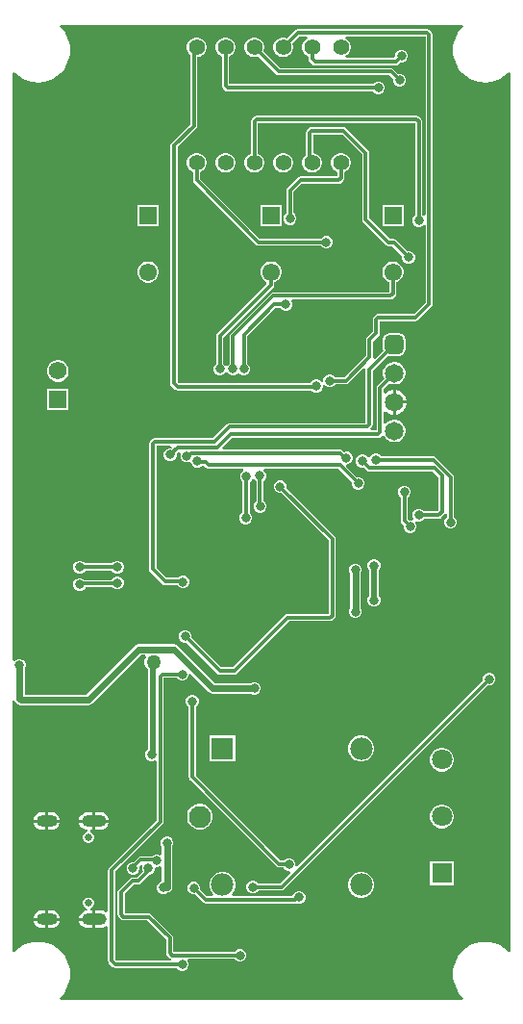
<source format=gbl>
G04*
G04 #@! TF.GenerationSoftware,Altium Limited,Altium Designer,25.8.1 (18)*
G04*
G04 Layer_Physical_Order=2*
G04 Layer_Color=16711680*
%FSLAX44Y44*%
%MOMM*%
G71*
G04*
G04 #@! TF.SameCoordinates,D5034472-531D-44ED-AF62-EB3B9E0E118A*
G04*
G04*
G04 #@! TF.FilePolarity,Positive*
G04*
G01*
G75*
%ADD35C,1.5500*%
%ADD36R,1.5500X1.5500*%
%ADD37C,0.3000*%
%ADD38C,0.5000*%
%ADD40C,0.6000*%
%ADD43C,1.4060*%
%ADD44O,2.1500X1.0500*%
%ADD45O,1.8500X1.0500*%
%ADD46C,1.6500*%
G04:AMPARAMS|DCode=47|XSize=1.65mm|YSize=1.65mm|CornerRadius=0.4125mm|HoleSize=0mm|Usage=FLASHONLY|Rotation=90.000|XOffset=0mm|YOffset=0mm|HoleType=Round|Shape=RoundedRectangle|*
%AMROUNDEDRECTD47*
21,1,1.6500,0.8250,0,0,90.0*
21,1,0.8250,1.6500,0,0,90.0*
1,1,0.8250,0.4125,0.4125*
1,1,0.8250,0.4125,-0.4125*
1,1,0.8250,-0.4125,-0.4125*
1,1,0.8250,-0.4125,0.4125*
%
%ADD47ROUNDEDRECTD47*%
%ADD48C,0.6500*%
%ADD49R,1.5750X1.5750*%
%ADD50C,1.5750*%
%ADD51R,1.8000X1.8000*%
%ADD52C,1.8000*%
%ADD53C,1.9350*%
%ADD54C,1.9800*%
%ADD55R,1.9800X1.9800*%
%ADD56C,0.6000*%
%ADD57C,1.2700*%
%ADD58C,0.8000*%
G36*
X399907Y858985D02*
X399048Y858252D01*
X396158Y854868D01*
X393833Y851074D01*
X392131Y846963D01*
X391092Y842636D01*
X390743Y838200D01*
X391092Y833764D01*
X392131Y829437D01*
X393833Y825326D01*
X396158Y821532D01*
X399048Y818148D01*
X402432Y815258D01*
X406226Y812933D01*
X410337Y811230D01*
X414664Y810192D01*
X419100Y809843D01*
X423536Y810192D01*
X427863Y811230D01*
X431974Y812933D01*
X435768Y815258D01*
X439152Y818148D01*
X439885Y819007D01*
X441574Y818384D01*
Y45216D01*
X439885Y44593D01*
X439152Y45452D01*
X435768Y48342D01*
X431974Y50667D01*
X427863Y52369D01*
X423536Y53408D01*
X419100Y53757D01*
X414664Y53408D01*
X410337Y52369D01*
X406226Y50667D01*
X402432Y48342D01*
X399048Y45452D01*
X396158Y42068D01*
X393833Y38274D01*
X392131Y34163D01*
X391092Y29836D01*
X390743Y25400D01*
X391092Y20964D01*
X392131Y16637D01*
X393833Y12526D01*
X396158Y8732D01*
X399048Y5348D01*
X399907Y4615D01*
X399284Y2926D01*
X45216D01*
X44593Y4615D01*
X45452Y5348D01*
X48342Y8732D01*
X50667Y12526D01*
X52369Y16637D01*
X53408Y20964D01*
X53757Y25400D01*
X53408Y29836D01*
X52369Y34163D01*
X50667Y38274D01*
X48342Y42068D01*
X45452Y45452D01*
X42068Y48342D01*
X38274Y50667D01*
X34163Y52369D01*
X29836Y53408D01*
X25400Y53757D01*
X20964Y53408D01*
X16637Y52369D01*
X12526Y50667D01*
X8732Y48342D01*
X5348Y45452D01*
X4615Y44593D01*
X2926Y45216D01*
Y265623D01*
X3688Y265881D01*
X4726Y265922D01*
X5574Y264654D01*
X6844Y263384D01*
X8365Y262367D01*
X10160Y262010D01*
X69850D01*
X71645Y262367D01*
X73166Y263384D01*
X116047Y306264D01*
X119833D01*
X120453Y304464D01*
X119592Y302972D01*
X119050Y300951D01*
Y298857D01*
X119592Y296835D01*
X120639Y295022D01*
X122119Y293542D01*
X122128Y293537D01*
Y222753D01*
X120986Y221612D01*
X120134Y219554D01*
Y217326D01*
X120986Y215268D01*
X122562Y213693D01*
X124620Y212840D01*
X126848D01*
X127973Y213306D01*
X129773Y212208D01*
Y160753D01*
X87935Y118915D01*
X87250Y117890D01*
X87009Y116680D01*
Y80559D01*
X85209Y79707D01*
X84249Y80444D01*
X82354Y81229D01*
X80320Y81497D01*
X76090D01*
Y73640D01*
Y65783D01*
X80320D01*
X82354Y66051D01*
X84249Y66835D01*
X85209Y67573D01*
X87009Y66721D01*
Y37027D01*
X87250Y35818D01*
X87935Y34792D01*
X90962Y31765D01*
X91988Y31080D01*
X93197Y30839D01*
X147648D01*
X147653Y30828D01*
X149228Y29253D01*
X151286Y28400D01*
X153514D01*
X155572Y29253D01*
X157147Y30828D01*
X158000Y32886D01*
Y35114D01*
X157147Y37172D01*
X158026Y38839D01*
X198448D01*
X198453Y38828D01*
X200028Y37253D01*
X202086Y36400D01*
X204314D01*
X206372Y37253D01*
X207947Y38828D01*
X208800Y40886D01*
Y43114D01*
X207947Y45172D01*
X206372Y46747D01*
X204314Y47600D01*
X202086D01*
X200028Y46747D01*
X198453Y45172D01*
X198448Y45161D01*
X144618D01*
Y57353D01*
X144377Y58562D01*
X143692Y59588D01*
X125166Y78114D01*
X124140Y78800D01*
X122931Y79040D01*
X101961D01*
Y96353D01*
X109744Y104136D01*
X113646D01*
X114856Y104376D01*
X115881Y105061D01*
X122985Y112165D01*
X123442Y112849D01*
X123836D01*
X125894Y113702D01*
X127470Y115277D01*
X128322Y117335D01*
Y117777D01*
X128830Y119440D01*
X131058Y119440D01*
X132682Y120113D01*
X134482Y119306D01*
Y106791D01*
X132662Y106037D01*
X131087Y104462D01*
X130234Y102404D01*
Y100176D01*
X131087Y98118D01*
X132662Y96542D01*
X134721Y95690D01*
X136948D01*
X139007Y96542D01*
X139530Y97065D01*
X140948Y97347D01*
X142470Y98364D01*
X142489Y98383D01*
X143505Y99905D01*
X143862Y101699D01*
Y137452D01*
X143920Y137509D01*
X144772Y139567D01*
Y141795D01*
X143920Y143853D01*
X142344Y145428D01*
X140286Y146281D01*
X138058D01*
X136000Y145428D01*
X134425Y143853D01*
X133572Y141795D01*
Y139567D01*
X134425Y137509D01*
X134482Y137452D01*
Y130774D01*
X132682Y129967D01*
X131058Y130640D01*
X128830D01*
X126772Y129788D01*
X126025Y129040D01*
X115719D01*
X114509Y128799D01*
X113484Y128114D01*
X109481Y124111D01*
X108004D01*
X105945Y123259D01*
X104370Y121684D01*
X103518Y119625D01*
Y117398D01*
X104370Y115339D01*
X105945Y113764D01*
X108004Y112912D01*
X110232D01*
X112290Y113764D01*
X113865Y115339D01*
X114718Y117398D01*
Y119625D01*
X114488Y120178D01*
X116094Y121784D01*
X117620Y120764D01*
X117122Y119563D01*
Y117335D01*
X117735Y115856D01*
X117735Y115855D01*
X112337Y110457D01*
X108435D01*
X107226Y110216D01*
X106200Y109531D01*
X96566Y99897D01*
X95880Y98871D01*
X95640Y97662D01*
Y77637D01*
X95880Y76427D01*
X96566Y75402D01*
X98323Y73644D01*
X99348Y72959D01*
X100558Y72719D01*
X121621D01*
X138297Y56043D01*
Y43757D01*
X138537Y42548D01*
X139222Y41522D01*
X140980Y39765D01*
X142005Y39080D01*
X142604Y38961D01*
X142427Y37161D01*
X94507D01*
X93331Y38337D01*
Y115371D01*
X135169Y157209D01*
X135854Y158234D01*
X136095Y159444D01*
Y285979D01*
X147648D01*
X147653Y285968D01*
X149228Y284393D01*
X151286Y283540D01*
X153514D01*
X155572Y284393D01*
X157148Y285968D01*
X158000Y288026D01*
Y288752D01*
X159800Y289497D01*
X175754Y273544D01*
X177275Y272527D01*
X179070Y272170D01*
X212671D01*
X212728Y272113D01*
X214786Y271260D01*
X217014D01*
X219072Y272113D01*
X220648Y273688D01*
X221500Y275746D01*
Y277974D01*
X220648Y280032D01*
X219072Y281608D01*
X217014Y282460D01*
X214786D01*
X212728Y281608D01*
X212671Y281550D01*
X181013D01*
X148293Y314270D01*
X146771Y315287D01*
X144976Y315644D01*
X114104D01*
X112309Y315287D01*
X110787Y314270D01*
X67907Y271390D01*
X13580D01*
Y293951D01*
X13638Y294008D01*
X14490Y296066D01*
Y298294D01*
X13638Y300352D01*
X12062Y301928D01*
X10004Y302780D01*
X7776D01*
X5718Y301928D01*
X4726Y300936D01*
X2926Y301681D01*
X2926Y818384D01*
X4615Y819007D01*
X5348Y818148D01*
X8732Y815258D01*
X12526Y812933D01*
X16637Y811230D01*
X20964Y810192D01*
X25400Y809843D01*
X29836Y810192D01*
X34163Y811230D01*
X38274Y812933D01*
X42068Y815258D01*
X45452Y818148D01*
X48342Y821532D01*
X50667Y825326D01*
X52369Y829437D01*
X53408Y833764D01*
X53757Y838200D01*
X53408Y842636D01*
X52369Y846963D01*
X50667Y851074D01*
X48342Y854868D01*
X45452Y858252D01*
X44593Y858985D01*
X45216Y860674D01*
X399284D01*
X399907Y858985D01*
D02*
G37*
%LPC*%
G36*
X217036Y849370D02*
X214764D01*
X212569Y848782D01*
X210601Y847646D01*
X208994Y846039D01*
X207858Y844071D01*
X207270Y841876D01*
Y839604D01*
X207858Y837409D01*
X208994Y835441D01*
X210601Y833834D01*
X212569Y832698D01*
X214764Y832110D01*
X217036D01*
X219231Y832698D01*
X219384Y832786D01*
X235043Y817127D01*
X236069Y816442D01*
X237278Y816201D01*
X335058D01*
X338267Y812992D01*
X338262Y812980D01*
Y810753D01*
X339115Y808694D01*
X340690Y807119D01*
X342748Y806266D01*
X344976D01*
X347034Y807119D01*
X348610Y808694D01*
X349462Y810753D01*
Y812980D01*
X348610Y815039D01*
X347034Y816614D01*
X344976Y817467D01*
X342748D01*
X342737Y817462D01*
X338602Y821597D01*
X337576Y822282D01*
X336367Y822523D01*
X238587D01*
X223854Y837256D01*
X223942Y837409D01*
X224530Y839604D01*
Y841876D01*
X223942Y844071D01*
X222806Y846039D01*
X221199Y847646D01*
X219231Y848782D01*
X217036Y849370D01*
D02*
G37*
G36*
X191636D02*
X189364D01*
X187169Y848782D01*
X185201Y847646D01*
X183594Y846039D01*
X182458Y844071D01*
X181870Y841876D01*
Y839604D01*
X182458Y837409D01*
X183594Y835441D01*
X185201Y833834D01*
X187169Y832698D01*
X187339Y832653D01*
Y806937D01*
X187580Y805728D01*
X188265Y804702D01*
X190022Y802945D01*
X191048Y802260D01*
X192257Y802019D01*
X320368D01*
X320373Y802008D01*
X321948Y800433D01*
X324006Y799580D01*
X326234D01*
X328292Y800433D01*
X329867Y802008D01*
X330720Y804066D01*
Y806294D01*
X329867Y808352D01*
X328292Y809927D01*
X326234Y810780D01*
X324006D01*
X321948Y809927D01*
X320373Y808352D01*
X320368Y808341D01*
X193661D01*
Y832653D01*
X193831Y832698D01*
X195799Y833834D01*
X197406Y835441D01*
X198542Y837409D01*
X199130Y839604D01*
Y841876D01*
X198542Y844071D01*
X197406Y846039D01*
X195799Y847646D01*
X193831Y848782D01*
X191636Y849370D01*
D02*
G37*
G36*
X242436Y747770D02*
X240164D01*
X237969Y747182D01*
X236001Y746046D01*
X234394Y744439D01*
X233258Y742471D01*
X232670Y740276D01*
Y738004D01*
X233258Y735809D01*
X234394Y733841D01*
X236001Y732234D01*
X237969Y731098D01*
X240164Y730510D01*
X242436D01*
X244631Y731098D01*
X246599Y732234D01*
X248206Y733841D01*
X249342Y735809D01*
X249930Y738004D01*
Y740276D01*
X249342Y742471D01*
X248206Y744439D01*
X246599Y746046D01*
X244631Y747182D01*
X242436Y747770D01*
D02*
G37*
G36*
X191636D02*
X189364D01*
X187169Y747182D01*
X185201Y746046D01*
X183594Y744439D01*
X182458Y742471D01*
X181870Y740276D01*
Y738004D01*
X182458Y735809D01*
X183594Y733841D01*
X185201Y732234D01*
X187169Y731098D01*
X189364Y730510D01*
X191636D01*
X193831Y731098D01*
X195799Y732234D01*
X197406Y733841D01*
X198542Y735809D01*
X199130Y738004D01*
Y740276D01*
X198542Y742471D01*
X197406Y744439D01*
X195799Y746046D01*
X193831Y747182D01*
X191636Y747770D01*
D02*
G37*
G36*
X368011Y856601D02*
X254000D01*
X252790Y856360D01*
X251765Y855675D01*
X244784Y848694D01*
X244631Y848782D01*
X242436Y849370D01*
X240164D01*
X237969Y848782D01*
X236001Y847646D01*
X234394Y846039D01*
X233258Y844071D01*
X232670Y841876D01*
Y839604D01*
X233258Y837409D01*
X234394Y835441D01*
X236001Y833834D01*
X237969Y832698D01*
X240164Y832110D01*
X242436D01*
X244631Y832698D01*
X246599Y833834D01*
X248206Y835441D01*
X249342Y837409D01*
X249930Y839604D01*
Y841876D01*
X249342Y844071D01*
X249254Y844224D01*
X255309Y850279D01*
X262362D01*
X262845Y848479D01*
X261401Y847646D01*
X259794Y846039D01*
X258658Y844071D01*
X258070Y841876D01*
Y839604D01*
X258658Y837409D01*
X259794Y835441D01*
X261401Y833834D01*
X263369Y832698D01*
X263539Y832653D01*
Y830580D01*
X263780Y829370D01*
X264465Y828345D01*
X267005Y825805D01*
X268030Y825120D01*
X269240Y824879D01*
X340360D01*
X341570Y825120D01*
X342595Y825805D01*
X344315Y827525D01*
X344326Y827520D01*
X346554D01*
X348612Y828373D01*
X350187Y829948D01*
X351040Y832006D01*
Y834234D01*
X350187Y836292D01*
X348612Y837867D01*
X346554Y838720D01*
X344326D01*
X342268Y837867D01*
X340693Y836292D01*
X339840Y834234D01*
Y832006D01*
X338287Y831201D01*
X296437D01*
X295955Y833001D01*
X297399Y833834D01*
X299006Y835441D01*
X300142Y837409D01*
X300730Y839604D01*
Y841876D01*
X300142Y844071D01*
X299006Y846039D01*
X297399Y847646D01*
X295955Y848479D01*
X296437Y850279D01*
X366607D01*
Y693476D01*
X364878Y692706D01*
X363841Y693518D01*
Y775483D01*
X363600Y776692D01*
X362915Y777718D01*
X361158Y779475D01*
X360132Y780160D01*
X358923Y780401D01*
X217657D01*
X216448Y780160D01*
X215422Y779475D01*
X213665Y777718D01*
X212980Y776692D01*
X212739Y775483D01*
Y747227D01*
X212569Y747182D01*
X210601Y746046D01*
X208994Y744439D01*
X207858Y742471D01*
X207270Y740276D01*
Y738004D01*
X207858Y735809D01*
X208994Y733841D01*
X210601Y732234D01*
X212569Y731098D01*
X214764Y730510D01*
X217036D01*
X219231Y731098D01*
X221199Y732234D01*
X222806Y733841D01*
X223942Y735809D01*
X224530Y738004D01*
Y740276D01*
X223942Y742471D01*
X222806Y744439D01*
X221199Y746046D01*
X219231Y747182D01*
X219061Y747227D01*
Y774079D01*
X357519D01*
Y693092D01*
X357508Y693087D01*
X355933Y691512D01*
X355080Y689454D01*
Y687226D01*
X355933Y685168D01*
X357508Y683593D01*
X359566Y682740D01*
X361794D01*
X363852Y683593D01*
X364807Y684548D01*
X366607Y683802D01*
Y616254D01*
X356576Y606223D01*
X325076D01*
X323867Y605983D01*
X322841Y605297D01*
X321084Y603540D01*
X320399Y602515D01*
X320158Y601305D01*
Y590624D01*
X315119Y585584D01*
X314433Y584559D01*
X314193Y583349D01*
Y569579D01*
X295139Y550525D01*
X287148D01*
X287144Y550537D01*
X285568Y552112D01*
X283510Y552964D01*
X281282D01*
X279224Y552112D01*
X277649Y550537D01*
X276796Y548478D01*
Y546756D01*
X276029Y546374D01*
X275029Y546172D01*
X273651Y547550D01*
X271593Y548402D01*
X269365D01*
X267307Y547550D01*
X265731Y545975D01*
X265373Y545109D01*
X149617D01*
X148314Y546412D01*
Y752958D01*
X164795Y769440D01*
X165480Y770465D01*
X165721Y771675D01*
Y832110D01*
X166236D01*
X168431Y832698D01*
X170399Y833834D01*
X172006Y835441D01*
X173142Y837409D01*
X173730Y839604D01*
Y841876D01*
X173142Y844071D01*
X172006Y846039D01*
X170399Y847646D01*
X168431Y848782D01*
X166236Y849370D01*
X163964D01*
X161769Y848782D01*
X159801Y847646D01*
X158194Y846039D01*
X157058Y844071D01*
X156470Y841876D01*
Y839604D01*
X157058Y837409D01*
X158194Y835441D01*
X159529Y834106D01*
X159399Y833453D01*
Y772984D01*
X142918Y756502D01*
X142233Y755477D01*
X141992Y754267D01*
Y545103D01*
X142233Y543893D01*
X142918Y542868D01*
X146072Y539714D01*
X147098Y539028D01*
X148307Y538788D01*
X266574D01*
X267307Y538055D01*
X269365Y537202D01*
X271593D01*
X273651Y538055D01*
X275226Y539630D01*
X276079Y541688D01*
Y543411D01*
X276846Y543792D01*
X277846Y543995D01*
X279224Y542617D01*
X281282Y541764D01*
X283510D01*
X285568Y542617D01*
X287144Y544192D01*
X287148Y544204D01*
X296448D01*
X297658Y544444D01*
X298683Y545130D01*
X312247Y558694D01*
X313906Y557807D01*
X313776Y557152D01*
Y510153D01*
X194001D01*
X192791Y509912D01*
X191766Y509227D01*
X179354Y496815D01*
X128149D01*
X126939Y496575D01*
X125914Y495890D01*
X124156Y494132D01*
X123471Y493107D01*
X123230Y491897D01*
Y381609D01*
X123471Y380399D01*
X124156Y379374D01*
X135015Y368515D01*
X136041Y367830D01*
X137250Y367589D01*
X148345D01*
X148478Y367269D01*
X150053Y365694D01*
X152112Y364841D01*
X154339D01*
X156398Y365694D01*
X157973Y367269D01*
X158825Y369327D01*
Y371555D01*
X157973Y373613D01*
X156398Y375189D01*
X154339Y376041D01*
X152112D01*
X150053Y375189D01*
X148775Y373910D01*
X138560D01*
X129552Y382918D01*
Y490494D01*
X142182D01*
X142782Y489772D01*
X143107Y488694D01*
X142474Y487889D01*
X140698D01*
X138640Y487037D01*
X137065Y485461D01*
X136212Y483403D01*
Y481175D01*
X137065Y479117D01*
X138640Y477542D01*
X140698Y476689D01*
X142926D01*
X144984Y477542D01*
X146560Y479117D01*
X147412Y481175D01*
Y483403D01*
X147408Y483415D01*
X149060Y485067D01*
X150114Y484916D01*
X151121Y483051D01*
X150793Y482261D01*
Y480033D01*
X151646Y477975D01*
X153221Y476399D01*
X155279Y475547D01*
X157507D01*
X158251Y475855D01*
X159968Y475633D01*
X160342Y474921D01*
X160904Y473564D01*
X162479Y471988D01*
X164537Y471136D01*
X166765D01*
X168823Y471988D01*
X169453Y472618D01*
X171620D01*
X173416Y470822D01*
X174442Y470137D01*
X175651Y469896D01*
X206097D01*
X206455Y468096D01*
X205729Y467796D01*
X204154Y466221D01*
X203301Y464162D01*
Y461935D01*
X204154Y459876D01*
X205430Y458600D01*
Y431601D01*
X205108Y431467D01*
X203533Y429892D01*
X202680Y427834D01*
Y425606D01*
X203533Y423548D01*
X205108Y421973D01*
X207166Y421120D01*
X209394D01*
X211452Y421973D01*
X213027Y423548D01*
X213880Y425606D01*
Y427834D01*
X213027Y429892D01*
X211751Y431168D01*
Y458168D01*
X212073Y458301D01*
X213649Y459876D01*
X213975Y460664D01*
X215923D01*
X215940Y460623D01*
X217516Y459047D01*
X217673Y458982D01*
Y441493D01*
X216233Y440052D01*
X215380Y437994D01*
Y435766D01*
X216233Y433708D01*
X217808Y432133D01*
X219866Y431280D01*
X222094D01*
X224152Y432133D01*
X225727Y433708D01*
X226580Y435766D01*
Y437994D01*
X225727Y440052D01*
X224152Y441627D01*
X223995Y441693D01*
Y459182D01*
X225435Y460623D01*
X226288Y462681D01*
Y464909D01*
X225435Y466967D01*
X224306Y468096D01*
X224936Y469896D01*
X290174D01*
X301745Y458325D01*
X301740Y458314D01*
Y456086D01*
X302593Y454028D01*
X304168Y452453D01*
X306226Y451600D01*
X308454D01*
X310512Y452453D01*
X312087Y454028D01*
X312940Y456086D01*
Y458314D01*
X312087Y460372D01*
X310512Y461947D01*
X308454Y462800D01*
X306226D01*
X306215Y462795D01*
X296978Y472032D01*
X297723Y473832D01*
X298151D01*
X300210Y474685D01*
X301785Y476260D01*
X302638Y478318D01*
Y480546D01*
X301785Y482604D01*
X300210Y484180D01*
X298151Y485032D01*
X295924D01*
X294956Y484631D01*
X293516Y486071D01*
X292491Y486756D01*
X291281Y486997D01*
X188598D01*
X187909Y488660D01*
X196517Y497268D01*
X324951D01*
X326160Y497509D01*
X327186Y498194D01*
X328184Y499192D01*
X328690Y499247D01*
X330285Y498871D01*
X330300Y498858D01*
X331292Y497141D01*
X333125Y495307D01*
X335372Y494011D01*
X337877Y493339D01*
X340470D01*
X342975Y494011D01*
X345221Y495307D01*
X347055Y497141D01*
X348352Y499387D01*
X349023Y501893D01*
Y504486D01*
X348352Y506991D01*
X347055Y509237D01*
X345221Y511071D01*
X342975Y512368D01*
X340470Y513039D01*
X337877D01*
X335372Y512368D01*
X333125Y511071D01*
X331669Y509615D01*
X330097Y510080D01*
X329869Y510242D01*
Y520089D01*
X331669Y520835D01*
X332548Y519955D01*
X335009Y518535D01*
X337753Y517799D01*
X337903D01*
Y528589D01*
Y539379D01*
X337753D01*
X335009Y538644D01*
X332548Y537224D01*
X331669Y536344D01*
X329869Y537090D01*
Y540215D01*
X334797Y545143D01*
X335372Y544811D01*
X337877Y544139D01*
X340470D01*
X342975Y544811D01*
X345221Y546107D01*
X347055Y547941D01*
X348352Y550187D01*
X349023Y552692D01*
Y555286D01*
X348352Y557791D01*
X347055Y560037D01*
X345221Y561871D01*
X342975Y563168D01*
X340470Y563839D01*
X337877D01*
X335372Y563168D01*
X333125Y561871D01*
X331292Y560037D01*
X329995Y557791D01*
X329323Y555286D01*
Y552692D01*
X329995Y550187D01*
X330327Y549613D01*
X324473Y543759D01*
X323788Y542733D01*
X323547Y541524D01*
Y503590D01*
X318792D01*
X318047Y505390D01*
X319172Y506514D01*
X319857Y507540D01*
X320097Y508749D01*
Y555843D01*
X333908Y569654D01*
X335048Y569427D01*
X343298D01*
X345532Y569871D01*
X347426Y571137D01*
X348691Y573031D01*
X349136Y575264D01*
Y583514D01*
X348691Y585748D01*
X347426Y587642D01*
X345532Y588907D01*
X343298Y589352D01*
X335048D01*
X332815Y588907D01*
X330921Y587642D01*
X329656Y585748D01*
X329211Y583514D01*
Y575264D01*
X329438Y574124D01*
X322043Y566729D01*
X320384Y567616D01*
X320514Y568270D01*
Y582040D01*
X325554Y587079D01*
X326239Y588105D01*
X326480Y589314D01*
Y599902D01*
X357885D01*
X359095Y600142D01*
X360120Y600827D01*
X372003Y612710D01*
X372688Y613736D01*
X372929Y614945D01*
Y851683D01*
X372688Y852892D01*
X372003Y853918D01*
X370246Y855675D01*
X369220Y856360D01*
X368011Y856601D01*
D02*
G37*
G36*
X293236Y747770D02*
X290964D01*
X288769Y747182D01*
X286801Y746046D01*
X285194Y744439D01*
X284058Y742471D01*
X283470Y740276D01*
Y738004D01*
X284058Y735809D01*
X285194Y733841D01*
X286801Y732234D01*
X288769Y731098D01*
X288939Y731052D01*
Y727061D01*
X256540D01*
X255330Y726820D01*
X254305Y726135D01*
X245214Y717044D01*
X244529Y716019D01*
X244289Y714809D01*
Y694938D01*
X244277Y694933D01*
X242702Y693358D01*
X241849Y691299D01*
Y689072D01*
X242702Y687013D01*
X244277Y685438D01*
X246335Y684585D01*
X248563D01*
X250621Y685438D01*
X252197Y687013D01*
X253049Y689072D01*
Y691299D01*
X252197Y693358D01*
X250621Y694933D01*
X250610Y694938D01*
Y713500D01*
X257849Y720739D01*
X290343D01*
X291552Y720980D01*
X292578Y721665D01*
X294335Y723422D01*
X295020Y724448D01*
X295261Y725657D01*
Y731052D01*
X295431Y731098D01*
X297399Y732234D01*
X299006Y733841D01*
X300142Y735809D01*
X300730Y738004D01*
Y740276D01*
X300142Y742471D01*
X299006Y744439D01*
X297399Y746046D01*
X295431Y747182D01*
X293236Y747770D01*
D02*
G37*
G36*
X347220Y702370D02*
X328520D01*
Y683670D01*
X347220D01*
Y702370D01*
D02*
G37*
G36*
X239902D02*
X221202D01*
Y683670D01*
X239902D01*
Y702370D01*
D02*
G37*
G36*
X131680D02*
X112980D01*
Y683670D01*
X131680D01*
Y702370D01*
D02*
G37*
G36*
X166236Y747770D02*
X163964D01*
X161769Y747182D01*
X159801Y746046D01*
X158194Y744439D01*
X157058Y742471D01*
X156470Y740276D01*
Y738004D01*
X157058Y735809D01*
X158194Y733841D01*
X159801Y732234D01*
X161769Y731098D01*
X161939Y731052D01*
Y723900D01*
X162180Y722690D01*
X162865Y721665D01*
X217389Y667141D01*
X218414Y666456D01*
X219624Y666216D01*
X274512D01*
X274517Y666204D01*
X276092Y664629D01*
X278151Y663776D01*
X280378D01*
X282437Y664629D01*
X284012Y666204D01*
X284865Y668262D01*
Y670490D01*
X284012Y672549D01*
X282437Y674124D01*
X280378Y674976D01*
X278151D01*
X276092Y674124D01*
X274517Y672549D01*
X274512Y672537D01*
X220933D01*
X168261Y725209D01*
Y731052D01*
X168431Y731098D01*
X170399Y732234D01*
X172006Y733841D01*
X173142Y735809D01*
X173730Y738004D01*
Y740276D01*
X173142Y742471D01*
X172006Y744439D01*
X170399Y746046D01*
X168431Y747182D01*
X166236Y747770D01*
D02*
G37*
G36*
X294577Y770518D02*
X266361D01*
X265151Y770277D01*
X264126Y769592D01*
X262368Y767834D01*
X261683Y766809D01*
X261443Y765600D01*
Y746070D01*
X261401Y746046D01*
X259794Y744439D01*
X258658Y742471D01*
X258070Y740276D01*
Y738004D01*
X258658Y735809D01*
X259794Y733841D01*
X261401Y732234D01*
X263369Y731098D01*
X265564Y730510D01*
X267836D01*
X270031Y731098D01*
X271999Y732234D01*
X273606Y733841D01*
X274742Y735809D01*
X275330Y738004D01*
Y740276D01*
X274742Y742471D01*
X273606Y744439D01*
X271999Y746046D01*
X270031Y747182D01*
X267836Y747770D01*
X267764D01*
Y764196D01*
X293268D01*
X310809Y746655D01*
Y689187D01*
X311049Y687977D01*
X311735Y686952D01*
X331928Y666759D01*
X332953Y666073D01*
X334163Y665833D01*
X337574D01*
X346255Y657152D01*
X346250Y657141D01*
Y654913D01*
X347103Y652855D01*
X348678Y651280D01*
X350736Y650427D01*
X352964D01*
X355022Y651280D01*
X356598Y652855D01*
X357450Y654913D01*
Y657141D01*
X356598Y659199D01*
X355022Y660775D01*
X352964Y661627D01*
X350736D01*
X350725Y661622D01*
X341119Y671229D01*
X340093Y671914D01*
X338884Y672154D01*
X335472D01*
X317130Y690496D01*
Y747964D01*
X316890Y749174D01*
X316204Y750199D01*
X296812Y769592D01*
X295786Y770277D01*
X294577Y770518D01*
D02*
G37*
G36*
X123561Y652370D02*
X121099D01*
X118721Y651733D01*
X116589Y650502D01*
X114848Y648761D01*
X113617Y646629D01*
X112980Y644251D01*
Y641789D01*
X113617Y639411D01*
X114848Y637279D01*
X116589Y635538D01*
X118721Y634307D01*
X121099Y633670D01*
X123561D01*
X125939Y634307D01*
X128071Y635538D01*
X129812Y637279D01*
X131043Y639411D01*
X131680Y641789D01*
Y644251D01*
X131043Y646629D01*
X129812Y648761D01*
X128071Y650502D01*
X125939Y651733D01*
X123561Y652370D01*
D02*
G37*
G36*
X339101D02*
X336639D01*
X334261Y651733D01*
X332129Y650502D01*
X330388Y648761D01*
X329157Y646629D01*
X328520Y644251D01*
Y641789D01*
X329157Y639411D01*
X330388Y637279D01*
X332129Y635538D01*
X334261Y634307D01*
X334709Y634187D01*
Y625233D01*
X232526D01*
X231317Y624992D01*
X230291Y624307D01*
X194939Y588955D01*
X194254Y587929D01*
X194013Y586720D01*
Y562496D01*
X194002Y562492D01*
X192426Y560916D01*
X192342Y560713D01*
X190394D01*
X190310Y560916D01*
X188734Y562492D01*
X188723Y562496D01*
Y585448D01*
X232660Y629385D01*
X233345Y630410D01*
X233585Y631620D01*
Y634153D01*
X234161Y634307D01*
X236293Y635538D01*
X238034Y637279D01*
X239265Y639411D01*
X239902Y641789D01*
Y644251D01*
X239265Y646629D01*
X238034Y648761D01*
X236293Y650502D01*
X234161Y651733D01*
X231783Y652370D01*
X229321D01*
X226943Y651733D01*
X224811Y650502D01*
X223070Y648761D01*
X221839Y646629D01*
X221202Y644251D01*
Y641789D01*
X221839Y639411D01*
X223070Y637279D01*
X224811Y635538D01*
X226651Y634476D01*
X226868Y633189D01*
X226820Y632485D01*
X183327Y588993D01*
X182642Y587967D01*
X182401Y586758D01*
Y562496D01*
X182390Y562492D01*
X180815Y560916D01*
X179962Y558858D01*
Y556630D01*
X180815Y554572D01*
X182390Y552997D01*
X184448Y552144D01*
X186676D01*
X188734Y552997D01*
X190310Y554572D01*
X190394Y554776D01*
X192342D01*
X192426Y554572D01*
X194002Y552997D01*
X196060Y552144D01*
X198288D01*
X200346Y552997D01*
X200771Y553422D01*
X202001Y554496D01*
X203123Y553422D01*
X203602Y552943D01*
X205660Y552090D01*
X207888D01*
X209946Y552943D01*
X211521Y554518D01*
X212374Y556576D01*
Y558804D01*
X211521Y560862D01*
X209946Y562438D01*
X209934Y562442D01*
Y586514D01*
X234723Y611303D01*
X238929D01*
X238934Y611291D01*
X240509Y609716D01*
X242568Y608863D01*
X244795D01*
X246854Y609716D01*
X248429Y611291D01*
X249281Y613349D01*
Y615577D01*
X248646Y617112D01*
X249505Y618912D01*
X336113D01*
X337322Y619152D01*
X338348Y619837D01*
X340105Y621595D01*
X340790Y622620D01*
X341031Y623830D01*
Y634187D01*
X341479Y634307D01*
X343611Y635538D01*
X345352Y637279D01*
X346583Y639411D01*
X347220Y641789D01*
Y644251D01*
X346583Y646629D01*
X345352Y648761D01*
X343611Y650502D01*
X341479Y651733D01*
X339101Y652370D01*
D02*
G37*
G36*
X44257Y565475D02*
X41762D01*
X39353Y564829D01*
X37192Y563582D01*
X35428Y561818D01*
X34181Y559657D01*
X33535Y557247D01*
Y554753D01*
X34181Y552343D01*
X35428Y550182D01*
X37192Y548418D01*
X39353Y547171D01*
X41762Y546525D01*
X44257D01*
X46667Y547171D01*
X48828Y548418D01*
X50592Y550182D01*
X51839Y552343D01*
X52485Y554753D01*
Y557247D01*
X51839Y559657D01*
X50592Y561818D01*
X48828Y563582D01*
X46667Y564829D01*
X44257Y565475D01*
D02*
G37*
G36*
X340594Y539379D02*
X340443D01*
Y529859D01*
X349963D01*
Y530010D01*
X349228Y532754D01*
X347808Y535215D01*
X345799Y537224D01*
X343338Y538644D01*
X340594Y539379D01*
D02*
G37*
G36*
X52485Y540475D02*
X33535D01*
Y521525D01*
X52485D01*
Y540475D01*
D02*
G37*
G36*
X349963Y527319D02*
X340443D01*
Y517799D01*
X340594D01*
X343338Y518535D01*
X345799Y519955D01*
X347808Y521964D01*
X349228Y524425D01*
X349963Y527169D01*
Y527319D01*
D02*
G37*
G36*
X324043Y483429D02*
X321815D01*
X319757Y482576D01*
X318182Y481001D01*
X317806Y480094D01*
X316692Y479963D01*
X315821Y480004D01*
X314373Y481451D01*
X312315Y482304D01*
X310087D01*
X308029Y481451D01*
X306453Y479876D01*
X305601Y477818D01*
Y475590D01*
X306453Y473532D01*
X308029Y471956D01*
X310087Y471104D01*
X312315D01*
X312326Y471109D01*
X315240Y468195D01*
X316265Y467510D01*
X317474Y467269D01*
X373099D01*
X377839Y462529D01*
Y433356D01*
X376904Y432421D01*
X365432D01*
X365427Y432432D01*
X363852Y434007D01*
X361794Y434860D01*
X359566D01*
X357508Y434007D01*
X355933Y432432D01*
X355080Y430374D01*
Y428146D01*
X355933Y426088D01*
X356219Y425801D01*
X355200Y424275D01*
X354174Y424700D01*
X351946D01*
X351141Y426253D01*
Y444828D01*
X351152Y444833D01*
X352727Y446408D01*
X353580Y448466D01*
Y450694D01*
X352727Y452752D01*
X351152Y454327D01*
X349094Y455180D01*
X346866D01*
X344808Y454327D01*
X343233Y452752D01*
X342380Y450694D01*
Y448466D01*
X343233Y446408D01*
X344808Y444833D01*
X344819Y444828D01*
Y424180D01*
X345060Y422971D01*
X345745Y421945D01*
X347465Y420225D01*
X347460Y420214D01*
Y417986D01*
X348313Y415928D01*
X349888Y414353D01*
X351946Y413500D01*
X354174D01*
X356232Y414353D01*
X357808Y415928D01*
X358660Y417986D01*
Y420214D01*
X357808Y422272D01*
X357521Y422559D01*
X358541Y424085D01*
X359566Y423660D01*
X361794D01*
X363852Y424513D01*
X365427Y426088D01*
X365432Y426099D01*
X378213D01*
X379423Y426340D01*
X380448Y427025D01*
X383235Y429812D01*
X383659Y430447D01*
X385459Y430051D01*
Y427662D01*
X385448Y427658D01*
X383873Y426082D01*
X383020Y424024D01*
Y421796D01*
X383873Y419738D01*
X385448Y418163D01*
X387506Y417310D01*
X389734D01*
X391792Y418163D01*
X393368Y419738D01*
X394220Y421796D01*
Y424024D01*
X393368Y426082D01*
X391792Y427658D01*
X391781Y427662D01*
Y462731D01*
X391540Y463940D01*
X390855Y464966D01*
X375757Y480064D01*
X374732Y480749D01*
X373522Y480989D01*
X327681D01*
X327677Y481001D01*
X326101Y482576D01*
X324043Y483429D01*
D02*
G37*
G36*
X96364Y389140D02*
X94136D01*
X92078Y388288D01*
X90503Y386712D01*
X90498Y386701D01*
X66982D01*
X66978Y386712D01*
X65402Y388288D01*
X63344Y389140D01*
X61116D01*
X59058Y388288D01*
X57483Y386712D01*
X56630Y384654D01*
Y382426D01*
X57483Y380368D01*
X59058Y378793D01*
X61116Y377940D01*
X63344D01*
X65402Y378793D01*
X66978Y380368D01*
X66982Y380379D01*
X90498D01*
X90503Y380368D01*
X92078Y378793D01*
X94136Y377940D01*
X96364D01*
X98422Y378793D01*
X99998Y380368D01*
X100850Y382426D01*
Y384654D01*
X99998Y386712D01*
X98422Y388288D01*
X96364Y389140D01*
D02*
G37*
G36*
Y375170D02*
X94136D01*
X92078Y374318D01*
X90503Y372742D01*
X90235Y372096D01*
X66354D01*
X65402Y373048D01*
X63344Y373900D01*
X61116D01*
X59058Y373048D01*
X57483Y371472D01*
X56630Y369414D01*
Y367186D01*
X57483Y365128D01*
X59058Y363553D01*
X61116Y362700D01*
X63344D01*
X65402Y363553D01*
X66978Y365128D01*
X67245Y365774D01*
X91126D01*
X92078Y364823D01*
X94136Y363970D01*
X96364D01*
X98422Y364823D01*
X99998Y366398D01*
X100850Y368456D01*
Y370684D01*
X99998Y372742D01*
X98422Y374318D01*
X96364Y375170D01*
D02*
G37*
G36*
X322424Y390410D02*
X320196D01*
X318138Y389558D01*
X316563Y387982D01*
X315710Y385924D01*
Y383696D01*
X316563Y381638D01*
X317130Y381071D01*
Y358069D01*
X316563Y357502D01*
X315710Y355444D01*
Y353216D01*
X316563Y351158D01*
X318138Y349583D01*
X320196Y348730D01*
X322424D01*
X324482Y349583D01*
X326058Y351158D01*
X326910Y353216D01*
Y355444D01*
X326058Y357502D01*
X325490Y358069D01*
Y381071D01*
X326058Y381638D01*
X326910Y383696D01*
Y385924D01*
X326058Y387982D01*
X324482Y389558D01*
X322424Y390410D01*
D02*
G37*
G36*
X305914Y386600D02*
X303686D01*
X301628Y385747D01*
X300053Y384172D01*
X299200Y382114D01*
Y379886D01*
X300053Y377828D01*
X300110Y377771D01*
Y347399D01*
X300053Y347342D01*
X299200Y345284D01*
Y343056D01*
X300053Y340998D01*
X301628Y339423D01*
X303686Y338570D01*
X305914D01*
X307972Y339423D01*
X309548Y340998D01*
X310400Y343056D01*
Y345284D01*
X309548Y347342D01*
X309490Y347400D01*
Y377771D01*
X309547Y377828D01*
X310400Y379886D01*
Y382114D01*
X309547Y384172D01*
X307972Y385747D01*
X305914Y386600D01*
D02*
G37*
G36*
X239844Y459885D02*
X237616D01*
X235558Y459033D01*
X233983Y457457D01*
X233130Y455399D01*
Y453171D01*
X233983Y451113D01*
X235558Y449538D01*
X237616Y448685D01*
X239844D01*
X239855Y448690D01*
X281319Y407226D01*
Y342236D01*
X245095D01*
X243885Y341995D01*
X242860Y341310D01*
X196811Y295261D01*
X186729D01*
X160535Y321455D01*
X160540Y321466D01*
Y323694D01*
X159687Y325752D01*
X158112Y327327D01*
X156054Y328180D01*
X153826D01*
X151768Y327327D01*
X150193Y325752D01*
X149340Y323694D01*
Y321466D01*
X150193Y319408D01*
X151768Y317833D01*
X153826Y316980D01*
X156054D01*
X156065Y316985D01*
X183185Y289865D01*
X184210Y289180D01*
X185420Y288939D01*
X198120D01*
X199330Y289180D01*
X200355Y289865D01*
X246404Y335914D01*
X282723D01*
X283932Y336155D01*
X284958Y336840D01*
X286715Y338597D01*
X287400Y339623D01*
X287641Y340832D01*
Y408535D01*
X287400Y409745D01*
X286715Y410770D01*
X244325Y453160D01*
X244330Y453171D01*
Y455399D01*
X243477Y457457D01*
X241902Y459033D01*
X239844Y459885D01*
D02*
G37*
G36*
X423871Y290487D02*
X421643D01*
X419585Y289634D01*
X418010Y288059D01*
X417157Y286000D01*
Y283773D01*
X417162Y283761D01*
X330785Y197384D01*
X330785Y197384D01*
X253643Y120242D01*
X252864Y120506D01*
X251980Y121125D01*
Y123034D01*
X251127Y125092D01*
X249552Y126667D01*
X247494Y127520D01*
X245266D01*
X243208Y126667D01*
X241931Y125391D01*
X239189D01*
X164451Y200129D01*
Y260678D01*
X164462Y260683D01*
X166038Y262258D01*
X166890Y264316D01*
Y266544D01*
X166038Y268602D01*
X164462Y270178D01*
X162404Y271030D01*
X160176D01*
X158118Y270178D01*
X156543Y268602D01*
X155690Y266544D01*
Y264316D01*
X156543Y262258D01*
X158118Y260683D01*
X158129Y260678D01*
Y198820D01*
X158370Y197610D01*
X159055Y196585D01*
X235645Y119995D01*
X236670Y119310D01*
X237880Y119069D01*
X241499D01*
X241633Y118748D01*
X243208Y117173D01*
X245266Y116320D01*
X247175D01*
X247794Y115435D01*
X248058Y114657D01*
X238562Y105161D01*
X219382D01*
X219377Y105172D01*
X217802Y106747D01*
X215744Y107600D01*
X213516D01*
X211458Y106747D01*
X209883Y105172D01*
X209030Y103114D01*
Y100886D01*
X209883Y98828D01*
X211458Y97253D01*
X213516Y96400D01*
X215744D01*
X217802Y97253D01*
X219377Y98828D01*
X219382Y98839D01*
X239871D01*
X241080Y99080D01*
X242106Y99765D01*
X335255Y192914D01*
X335255Y192915D01*
X421632Y279291D01*
X421643Y279286D01*
X423871D01*
X425930Y280139D01*
X427505Y281714D01*
X428357Y283773D01*
Y286000D01*
X427505Y288059D01*
X425930Y289634D01*
X423871Y290487D01*
D02*
G37*
G36*
X311434Y235330D02*
X308406D01*
X305481Y234546D01*
X302859Y233032D01*
X300718Y230891D01*
X299204Y228269D01*
X298420Y225344D01*
Y222316D01*
X299204Y219391D01*
X300718Y216769D01*
X302859Y214628D01*
X305481Y213114D01*
X308406Y212330D01*
X311434D01*
X314359Y213114D01*
X316981Y214628D01*
X319122Y216769D01*
X320636Y219391D01*
X321420Y222316D01*
Y225344D01*
X320636Y228269D01*
X319122Y230891D01*
X316981Y233032D01*
X314359Y234546D01*
X311434Y235330D01*
D02*
G37*
G36*
X199420D02*
X176420D01*
Y212330D01*
X199420D01*
Y235330D01*
D02*
G37*
G36*
X382496Y224618D02*
X379705D01*
X377009Y223896D01*
X374592Y222500D01*
X372619Y220527D01*
X371223Y218110D01*
X370501Y215414D01*
Y212623D01*
X371223Y209927D01*
X372619Y207510D01*
X374592Y205536D01*
X377009Y204141D01*
X379705Y203418D01*
X382496D01*
X385192Y204141D01*
X387609Y205536D01*
X389583Y207510D01*
X390978Y209927D01*
X391701Y212623D01*
Y215414D01*
X390978Y218110D01*
X389583Y220527D01*
X387609Y222500D01*
X385192Y223896D01*
X382496Y224618D01*
D02*
G37*
G36*
X80320Y167897D02*
X76090D01*
Y161310D01*
X88010D01*
X87909Y162074D01*
X87125Y163969D01*
X85876Y165596D01*
X84249Y166845D01*
X82354Y167630D01*
X80320Y167897D01*
D02*
G37*
G36*
X73550D02*
X69320D01*
X67286Y167630D01*
X65391Y166845D01*
X63764Y165596D01*
X62516Y163969D01*
X61730Y162074D01*
X61630Y161310D01*
X73550D01*
Y167897D01*
D02*
G37*
G36*
X37020D02*
X34290D01*
Y161310D01*
X44710D01*
X44609Y162074D01*
X43825Y163969D01*
X42576Y165596D01*
X40949Y166845D01*
X39054Y167630D01*
X37020Y167897D01*
D02*
G37*
G36*
X31750D02*
X29020D01*
X26986Y167630D01*
X25091Y166845D01*
X23464Y165596D01*
X22215Y163969D01*
X21430Y162074D01*
X21330Y161310D01*
X31750D01*
Y167897D01*
D02*
G37*
G36*
X382496Y174618D02*
X379705D01*
X377009Y173896D01*
X374592Y172500D01*
X372619Y170527D01*
X371223Y168110D01*
X370501Y165414D01*
Y162623D01*
X371223Y159927D01*
X372619Y157510D01*
X374592Y155536D01*
X377009Y154141D01*
X379705Y153418D01*
X382496D01*
X385192Y154141D01*
X387609Y155536D01*
X389583Y157510D01*
X390978Y159927D01*
X391701Y162623D01*
Y165414D01*
X390978Y168110D01*
X389583Y170527D01*
X387609Y172500D01*
X385192Y173896D01*
X382496Y174618D01*
D02*
G37*
G36*
X169404Y175105D02*
X166436D01*
X163568Y174337D01*
X160997Y172852D01*
X158898Y170753D01*
X157413Y168182D01*
X156645Y165314D01*
Y162346D01*
X157413Y159478D01*
X158898Y156907D01*
X160997Y154808D01*
X163568Y153323D01*
X166436Y152555D01*
X169404D01*
X172272Y153323D01*
X174843Y154808D01*
X176942Y156907D01*
X178427Y159478D01*
X179195Y162346D01*
Y165314D01*
X178427Y168182D01*
X176942Y170753D01*
X174843Y172852D01*
X172272Y174337D01*
X169404Y175105D01*
D02*
G37*
G36*
X88010Y158770D02*
X76090D01*
Y152183D01*
X80320D01*
X82354Y152451D01*
X84249Y153236D01*
X85876Y154484D01*
X87125Y156111D01*
X87909Y158006D01*
X88010Y158770D01*
D02*
G37*
G36*
X44710D02*
X34290D01*
Y152183D01*
X37020D01*
X39054Y152451D01*
X40949Y153236D01*
X42576Y154484D01*
X43825Y156111D01*
X44609Y158006D01*
X44710Y158770D01*
D02*
G37*
G36*
X31750D02*
X21330D01*
X21430Y158006D01*
X22215Y156111D01*
X23464Y154484D01*
X25091Y153236D01*
X26986Y152451D01*
X29020Y152183D01*
X31750D01*
Y158770D01*
D02*
G37*
G36*
X73550D02*
X61630D01*
X61730Y158006D01*
X62516Y156111D01*
X63764Y154484D01*
X65391Y153236D01*
X67286Y152451D01*
X68588Y152279D01*
X68700Y151571D01*
X68559Y150467D01*
X67073Y149852D01*
X65708Y148487D01*
X64970Y146705D01*
Y144775D01*
X65708Y142993D01*
X67073Y141628D01*
X68855Y140890D01*
X70785D01*
X72567Y141628D01*
X73932Y142993D01*
X74670Y144775D01*
Y146705D01*
X73932Y148487D01*
X72567Y149852D01*
X71285Y150383D01*
X71643Y152183D01*
X73550D01*
Y158770D01*
D02*
G37*
G36*
X391701Y124618D02*
X370501D01*
Y103418D01*
X391701D01*
Y124618D01*
D02*
G37*
G36*
X189434Y115330D02*
X186406D01*
X183481Y114546D01*
X180859Y113032D01*
X178718Y110891D01*
X177204Y108269D01*
X176420Y105344D01*
Y102316D01*
X177204Y99391D01*
X178718Y96769D01*
X179796Y95691D01*
X179050Y93891D01*
X174139D01*
X168155Y99875D01*
X168160Y99886D01*
Y102114D01*
X167307Y104172D01*
X165732Y105747D01*
X163674Y106600D01*
X161446D01*
X159388Y105747D01*
X157813Y104172D01*
X156960Y102114D01*
Y99886D01*
X157813Y97828D01*
X159388Y96253D01*
X161446Y95400D01*
X163674D01*
X163685Y95405D01*
X170595Y88495D01*
X171621Y87810D01*
X172830Y87569D01*
X251647D01*
X252857Y87810D01*
X252975Y87889D01*
X254156Y87400D01*
X256384D01*
X258442Y88253D01*
X260017Y89828D01*
X260870Y91886D01*
Y94114D01*
X260017Y96172D01*
X258442Y97747D01*
X256384Y98600D01*
X254156D01*
X252098Y97747D01*
X250523Y96172D01*
X249670Y94114D01*
Y93891D01*
X196790D01*
X196044Y95691D01*
X197122Y96769D01*
X198636Y99391D01*
X199420Y102316D01*
Y105344D01*
X198636Y108269D01*
X197122Y110891D01*
X194981Y113032D01*
X192359Y114546D01*
X189434Y115330D01*
D02*
G37*
G36*
X311434D02*
X308406D01*
X305481Y114546D01*
X302859Y113032D01*
X300718Y110891D01*
X299204Y108269D01*
X298420Y105344D01*
Y102316D01*
X299204Y99391D01*
X300718Y96769D01*
X302859Y94628D01*
X305481Y93114D01*
X308406Y92330D01*
X311434D01*
X314359Y93114D01*
X316981Y94628D01*
X319122Y96769D01*
X320636Y99391D01*
X321420Y102316D01*
Y105344D01*
X320636Y108269D01*
X319122Y110891D01*
X316981Y113032D01*
X314359Y114546D01*
X311434Y115330D01*
D02*
G37*
G36*
X70785Y92790D02*
X68855D01*
X67073Y92052D01*
X65708Y90687D01*
X64970Y88905D01*
Y86975D01*
X65708Y85193D01*
X67073Y83828D01*
X68559Y83213D01*
X68700Y82109D01*
X68588Y81401D01*
X67286Y81229D01*
X65391Y80444D01*
X63764Y79196D01*
X62516Y77569D01*
X61730Y75674D01*
X61630Y74910D01*
X73550D01*
Y81497D01*
X71643D01*
X71285Y83297D01*
X72567Y83828D01*
X73932Y85193D01*
X74670Y86975D01*
Y88905D01*
X73932Y90687D01*
X72567Y92052D01*
X70785Y92790D01*
D02*
G37*
G36*
X37020Y81497D02*
X34290D01*
Y74910D01*
X44710D01*
X44609Y75674D01*
X43825Y77569D01*
X42576Y79196D01*
X40949Y80444D01*
X39054Y81229D01*
X37020Y81497D01*
D02*
G37*
G36*
X31750D02*
X29020D01*
X26986Y81229D01*
X25091Y80444D01*
X23464Y79196D01*
X22215Y77569D01*
X21430Y75674D01*
X21330Y74910D01*
X31750D01*
Y81497D01*
D02*
G37*
G36*
X73550Y72370D02*
X61630D01*
X61730Y71606D01*
X62516Y69711D01*
X63764Y68084D01*
X65391Y66835D01*
X67286Y66051D01*
X69320Y65783D01*
X73550D01*
Y72370D01*
D02*
G37*
G36*
X44710D02*
X34290D01*
Y65783D01*
X37020D01*
X39054Y66051D01*
X40949Y66835D01*
X42576Y68084D01*
X43825Y69711D01*
X44609Y71606D01*
X44710Y72370D01*
D02*
G37*
G36*
X31750D02*
X21330D01*
X21430Y71606D01*
X22215Y69711D01*
X23464Y68084D01*
X25091Y66835D01*
X26986Y66051D01*
X29020Y65783D01*
X31750D01*
Y72370D01*
D02*
G37*
%LPD*%
D35*
X122330Y643020D02*
D03*
X230552D02*
D03*
X337870D02*
D03*
D36*
X122330Y693020D02*
D03*
X230552D02*
D03*
X337870D02*
D03*
D37*
X378213Y429260D02*
X381000Y432047D01*
Y463839D01*
X360680Y429260D02*
X378213D01*
X137250Y370750D02*
X152917D01*
X126391Y381609D02*
Y491897D01*
Y381609D02*
X137250Y370750D01*
X128149Y493655D02*
X180664D01*
X126391Y491897D02*
X128149Y493655D01*
X180664D02*
X194001Y506992D01*
X315179D01*
X148423Y488900D02*
X183679D01*
X141812Y482289D02*
X148423Y488900D01*
X195208Y500429D02*
X324951D01*
X183679Y488900D02*
X195208Y500429D01*
X172929Y475779D02*
X175651Y473057D01*
X291281Y483836D02*
X295685Y479432D01*
X166608Y475779D02*
X172929D01*
X175651Y473057D02*
X291483D01*
X160435Y483836D02*
X291281D01*
X165651Y476736D02*
X166608Y475779D01*
X157746Y481147D02*
X160435Y483836D01*
X156393Y481147D02*
X157746D01*
X295685Y479432D02*
X297038D01*
X315179Y506992D02*
X316937Y508749D01*
Y557152D01*
X324951Y500429D02*
X326708Y502186D01*
X316937Y557152D02*
X339173Y579389D01*
X326708Y541524D02*
X339173Y553989D01*
X326708Y502186D02*
Y541524D01*
X311201Y476704D02*
X317474Y470430D01*
X374409D01*
X373522Y477829D02*
X388620Y462731D01*
X322929Y477829D02*
X373522D01*
X374409Y470430D02*
X381000Y463839D01*
X317354Y583349D02*
X323319Y589314D01*
X296448Y547364D02*
X317354Y568270D01*
Y583349D01*
X282396Y547364D02*
X296448D01*
X323319Y601305D02*
X325076Y603062D01*
X357885D02*
X369768Y614945D01*
X323319Y589314D02*
Y601305D01*
X325076Y603062D02*
X357885D01*
X368011Y853440D02*
X369768Y851683D01*
X254000Y853440D02*
X368011D01*
X369768Y614945D02*
Y851683D01*
X360680Y688340D02*
Y775483D01*
X217657Y777240D02*
X358923D01*
X360680Y775483D01*
X165100Y723900D02*
X219624Y669376D01*
X279265D01*
X269625Y541948D02*
X270479Y542802D01*
X148307Y541948D02*
X269625D01*
X145153Y545103D02*
X148307Y541948D01*
X388620Y422910D02*
Y462731D01*
X291483Y473057D02*
X307340Y457200D01*
X208591Y462738D02*
X208901Y463048D01*
X208280Y426720D02*
X208591Y427031D01*
Y462738D01*
X238730Y454285D02*
X284480Y408535D01*
Y340832D02*
Y408535D01*
X220834Y437026D02*
X220980Y436880D01*
X220688Y463795D02*
X220834Y463649D01*
Y437026D02*
Y463649D01*
X233414Y614463D02*
X243681D01*
X206774Y587823D02*
X233414Y614463D01*
X247449Y690185D02*
Y714809D01*
X256540Y723900D01*
X337870Y623830D02*
Y643020D01*
X232526Y622072D02*
X336113D01*
X337870Y623830D01*
X197174Y586720D02*
X232526Y622072D01*
X206774Y557690D02*
Y587823D01*
X197174Y557744D02*
Y586720D01*
X334163Y668994D02*
X338884D01*
X313969Y689187D02*
Y747964D01*
Y689187D02*
X334163Y668994D01*
X294577Y767357D02*
X313969Y747964D01*
X264603Y765600D02*
X266361Y767357D01*
X264603Y741237D02*
Y765600D01*
X266361Y767357D02*
X294577D01*
X264603Y741237D02*
X266700Y739140D01*
X241300Y840740D02*
X254000Y853440D01*
X338884Y668994D02*
X351850Y656027D01*
X190500Y806937D02*
Y840740D01*
Y806937D02*
X192257Y805180D01*
X325120D01*
X340360Y828040D02*
X345440Y833120D01*
X269240Y828040D02*
X340360D01*
X266700Y830580D02*
Y840740D01*
Y830580D02*
X269240Y828040D01*
X165100Y723900D02*
Y739140D01*
X145153Y545103D02*
Y754267D01*
X162560Y771675D01*
X162984Y838624D02*
X165100Y840740D01*
X162984Y833876D02*
Y838624D01*
X162560Y833453D02*
X162984Y833876D01*
X162560Y771675D02*
Y833453D01*
X215900Y840740D02*
X237278Y819362D01*
X336367D02*
X343862Y811867D01*
X237278Y819362D02*
X336367D01*
X290343Y723900D02*
X292100Y725657D01*
Y739140D01*
X256540Y723900D02*
X290343D01*
X282723Y339075D02*
X284480Y340832D01*
X198120Y292100D02*
X245095Y339075D01*
X282723D01*
X154940Y322580D02*
X185420Y292100D01*
X198120D01*
X215900Y775483D02*
X217657Y777240D01*
X215900Y739140D02*
Y775483D01*
X230425Y631620D02*
Y642893D01*
X185562Y586758D02*
X230425Y631620D01*
X185562Y557744D02*
Y586758D01*
X152917Y370750D02*
X153225Y370441D01*
X214630Y102000D02*
X239871D01*
X333020Y195149D01*
Y195149D02*
X422757Y284886D01*
X333020Y195149D02*
Y195149D01*
X122722Y117096D02*
Y118449D01*
X120750Y115124D02*
X122722Y117096D01*
X108435Y107296D02*
X113646D01*
X120750Y114400D02*
Y115124D01*
X113646Y107296D02*
X120750Y114400D01*
X98801Y97662D02*
X108435Y107296D01*
X122931Y75879D02*
X141457Y57353D01*
Y43757D02*
Y57353D01*
X100558Y75879D02*
X122931D01*
X141457Y43757D02*
X143215Y42000D01*
X203200D01*
X98801Y77637D02*
Y97662D01*
Y77637D02*
X100558Y75879D01*
X109118Y119278D02*
X115719Y125879D01*
X109118Y118511D02*
Y119278D01*
X129106Y125879D02*
X129944Y125040D01*
X115719Y125879D02*
X129106D01*
X253917Y93000D02*
X255270D01*
X251647Y90730D02*
X253917Y93000D01*
X172830Y90730D02*
X251647D01*
X162560Y101000D02*
X172830Y90730D01*
X62230Y383540D02*
X95250D01*
X62865Y368935D02*
X94615D01*
X95250Y369570D01*
X62230Y368300D02*
X62865Y368935D01*
X161290Y198820D02*
X237880Y122230D01*
X246070D01*
X246380Y121920D01*
X161290Y198820D02*
Y265430D01*
X90170Y37027D02*
X93197Y34000D01*
X90170Y37027D02*
Y116680D01*
X132934Y159444D01*
X93197Y34000D02*
X152400D01*
X132934Y159444D02*
Y287383D01*
X134691Y289140D02*
X152400D01*
X132934Y287383D02*
X134691Y289140D01*
X347980Y424180D02*
X353060Y419100D01*
X347980Y424180D02*
Y449580D01*
D38*
X321310Y354330D02*
Y384810D01*
X126308Y299212D02*
X127000Y299904D01*
X126308Y219014D02*
Y299212D01*
X125734Y218440D02*
X126308Y219014D01*
D40*
X304800Y381000D02*
X304800Y381000D01*
Y344170D02*
X304800Y344170D01*
X304800Y344170D02*
Y381000D01*
X144976Y310954D02*
X179070Y276860D01*
X215900D01*
X114104Y310954D02*
X144976D01*
X69850Y266700D02*
X114104Y310954D01*
X10160Y266700D02*
X69850D01*
X8890Y267970D02*
X10160Y266700D01*
X8890Y267970D02*
Y297180D01*
X139172Y101699D02*
Y140681D01*
X139153Y101681D02*
X139172Y101699D01*
D43*
X241300Y840740D02*
D03*
X266700Y739140D02*
D03*
X190500D02*
D03*
Y840740D02*
D03*
X266700D02*
D03*
X165100Y739140D02*
D03*
X292100Y840740D02*
D03*
X165100D02*
D03*
X215900D02*
D03*
X292100Y739140D02*
D03*
X241300D02*
D03*
X215900D02*
D03*
D44*
X74820Y160040D02*
D03*
Y73640D02*
D03*
D45*
X33020Y160040D02*
D03*
Y73640D02*
D03*
D46*
X339173Y528589D02*
D03*
Y553989D02*
D03*
Y503189D02*
D03*
D47*
Y579389D02*
D03*
D48*
X69820Y145740D02*
D03*
Y87940D02*
D03*
D49*
X43010Y531000D02*
D03*
D50*
Y556000D02*
D03*
D51*
X381101Y114018D02*
D03*
D52*
Y214018D02*
D03*
Y164018D02*
D03*
D53*
X167920Y163830D02*
D03*
D54*
X187920Y103830D02*
D03*
X309920D02*
D03*
Y223830D02*
D03*
D55*
X187920D02*
D03*
D56*
X420760Y804410D02*
D03*
Y774410D02*
D03*
Y744410D02*
D03*
Y714410D02*
D03*
Y684410D02*
D03*
Y654410D02*
D03*
Y624410D02*
D03*
Y594410D02*
D03*
Y564410D02*
D03*
Y534410D02*
D03*
Y504410D02*
D03*
Y324410D02*
D03*
Y264410D02*
D03*
Y234410D02*
D03*
Y204410D02*
D03*
Y174410D02*
D03*
Y144410D02*
D03*
Y114410D02*
D03*
Y84410D02*
D03*
X390760Y804410D02*
D03*
Y774410D02*
D03*
Y744410D02*
D03*
Y714410D02*
D03*
Y684410D02*
D03*
Y654410D02*
D03*
Y624410D02*
D03*
Y594410D02*
D03*
Y564410D02*
D03*
Y534410D02*
D03*
Y504410D02*
D03*
Y474410D02*
D03*
Y324410D02*
D03*
Y264410D02*
D03*
Y204410D02*
D03*
Y174410D02*
D03*
Y144410D02*
D03*
Y84410D02*
D03*
Y54410D02*
D03*
X360760Y834410D02*
D03*
Y804410D02*
D03*
Y594410D02*
D03*
Y564410D02*
D03*
Y534410D02*
D03*
Y504410D02*
D03*
Y384410D02*
D03*
Y354410D02*
D03*
Y324410D02*
D03*
Y264410D02*
D03*
Y234410D02*
D03*
Y144410D02*
D03*
Y84410D02*
D03*
Y54410D02*
D03*
Y24410D02*
D03*
X330760Y834410D02*
D03*
Y714410D02*
D03*
Y594410D02*
D03*
Y354410D02*
D03*
Y324410D02*
D03*
Y264410D02*
D03*
Y234410D02*
D03*
Y144410D02*
D03*
Y84410D02*
D03*
Y54410D02*
D03*
Y24410D02*
D03*
X300760Y684410D02*
D03*
Y534410D02*
D03*
Y324410D02*
D03*
Y294410D02*
D03*
Y204410D02*
D03*
Y144410D02*
D03*
Y84410D02*
D03*
Y24410D02*
D03*
X270760Y714410D02*
D03*
Y444410D02*
D03*
Y234410D02*
D03*
Y204410D02*
D03*
Y144410D02*
D03*
Y84410D02*
D03*
Y24410D02*
D03*
X240760Y714410D02*
D03*
Y534410D02*
D03*
Y324410D02*
D03*
Y234410D02*
D03*
Y204410D02*
D03*
Y144410D02*
D03*
Y24410D02*
D03*
X210760Y534410D02*
D03*
Y354410D02*
D03*
Y324410D02*
D03*
Y234410D02*
D03*
Y204410D02*
D03*
Y114410D02*
D03*
Y84410D02*
D03*
X180760Y804410D02*
D03*
Y774410D02*
D03*
Y684410D02*
D03*
Y654410D02*
D03*
Y624410D02*
D03*
Y594410D02*
D03*
Y504410D02*
D03*
Y204410D02*
D03*
Y144410D02*
D03*
Y54410D02*
D03*
X150760Y834410D02*
D03*
Y804410D02*
D03*
Y774410D02*
D03*
Y534410D02*
D03*
Y354410D02*
D03*
Y264410D02*
D03*
Y234410D02*
D03*
Y204410D02*
D03*
Y174410D02*
D03*
Y144410D02*
D03*
Y54410D02*
D03*
X120760Y834410D02*
D03*
Y804410D02*
D03*
Y774410D02*
D03*
Y744410D02*
D03*
Y714410D02*
D03*
Y534410D02*
D03*
Y204410D02*
D03*
Y174410D02*
D03*
X90760Y834410D02*
D03*
Y804410D02*
D03*
Y774410D02*
D03*
Y744410D02*
D03*
Y714410D02*
D03*
Y684410D02*
D03*
Y654410D02*
D03*
Y624410D02*
D03*
Y594410D02*
D03*
Y474410D02*
D03*
Y444410D02*
D03*
Y414410D02*
D03*
Y174410D02*
D03*
Y24410D02*
D03*
X60760Y834410D02*
D03*
Y804410D02*
D03*
Y774410D02*
D03*
Y744410D02*
D03*
Y714410D02*
D03*
Y684410D02*
D03*
Y654410D02*
D03*
Y624410D02*
D03*
Y594410D02*
D03*
Y534410D02*
D03*
Y504410D02*
D03*
Y474410D02*
D03*
Y444410D02*
D03*
Y414410D02*
D03*
Y294410D02*
D03*
Y234410D02*
D03*
Y204410D02*
D03*
Y174410D02*
D03*
Y144410D02*
D03*
Y114410D02*
D03*
Y84410D02*
D03*
Y54410D02*
D03*
Y24410D02*
D03*
X30760Y804410D02*
D03*
Y774410D02*
D03*
Y744410D02*
D03*
Y714410D02*
D03*
Y684410D02*
D03*
Y654410D02*
D03*
Y624410D02*
D03*
Y594410D02*
D03*
Y564410D02*
D03*
Y504410D02*
D03*
Y474410D02*
D03*
Y354410D02*
D03*
Y294410D02*
D03*
Y234410D02*
D03*
Y204410D02*
D03*
Y174410D02*
D03*
Y144410D02*
D03*
Y114410D02*
D03*
D57*
X416560Y424180D02*
D03*
X255727Y456181D02*
D03*
X307027Y600829D02*
D03*
X34290Y281940D02*
D03*
Y308610D02*
D03*
X99060Y16510D02*
D03*
X85090Y265430D02*
D03*
X45720Y398780D02*
D03*
X48260Y482600D02*
D03*
X103027Y482931D02*
D03*
X94370Y509210D02*
D03*
X123190Y21000D02*
D03*
X180340Y373380D02*
D03*
X337820Y64000D02*
D03*
X269680Y361560D02*
D03*
X269500Y386080D02*
D03*
X406400Y397510D02*
D03*
X390610Y228050D02*
D03*
X127000Y299904D02*
D03*
D58*
X165651Y476736D02*
D03*
X156393Y481147D02*
D03*
X141812Y482289D02*
D03*
X297038Y479432D02*
D03*
X311201Y476704D02*
D03*
X322929Y477829D02*
D03*
X360680Y688340D02*
D03*
X282396Y547364D02*
D03*
X279265Y669376D02*
D03*
X270479Y542802D02*
D03*
X208901Y463048D02*
D03*
X238730Y454285D02*
D03*
X220688Y463795D02*
D03*
X243681Y614463D02*
D03*
X247449Y690185D02*
D03*
X206774Y557690D02*
D03*
X197174Y557744D02*
D03*
X220980Y436880D02*
D03*
X185562Y557744D02*
D03*
X351850Y656027D02*
D03*
X325120Y805180D02*
D03*
X388620Y422910D02*
D03*
X345440Y833120D02*
D03*
X304800Y381000D02*
D03*
X304800Y344170D02*
D03*
X215900Y276860D02*
D03*
X8890Y297180D02*
D03*
X139172Y140681D02*
D03*
X135835Y101290D02*
D03*
X343862Y811867D02*
D03*
X154940Y322580D02*
D03*
X360680Y429260D02*
D03*
X153225Y370441D02*
D03*
X208280Y426720D02*
D03*
X122722Y118449D02*
D03*
X203200Y42000D02*
D03*
X109118Y118511D02*
D03*
X255270Y93000D02*
D03*
X162560Y101000D02*
D03*
X129944Y125040D02*
D03*
X422757Y284886D02*
D03*
X214630Y102000D02*
D03*
X62230Y383540D02*
D03*
X95250D02*
D03*
Y369570D02*
D03*
X62230Y368300D02*
D03*
X246380Y121920D02*
D03*
X161290Y265430D02*
D03*
X152400Y34000D02*
D03*
X152400Y289140D02*
D03*
X307340Y457200D02*
D03*
X353060Y419100D02*
D03*
X347980Y449580D02*
D03*
X321310Y384810D02*
D03*
Y354330D02*
D03*
X125734Y218440D02*
D03*
M02*

</source>
